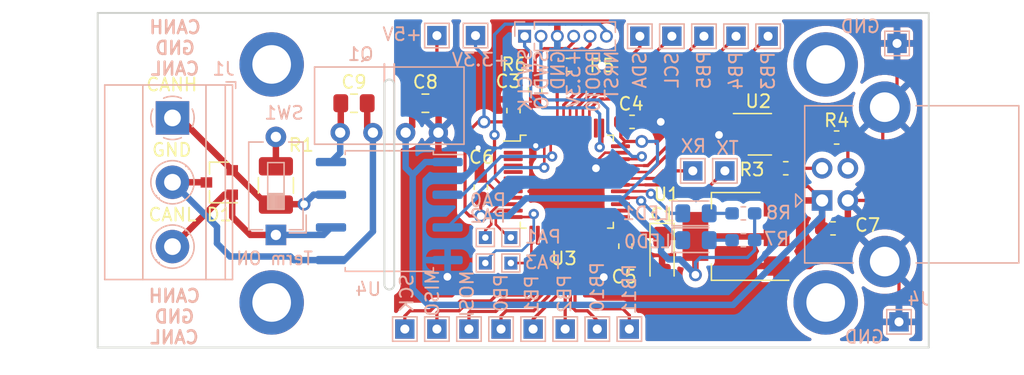
<source format=kicad_pcb>
(kicad_pcb (version 20221018) (generator pcbnew)
  (layers (0 "F.Cu" signal) (31 "B.Cu" signal) (34 "B.Paste" user) (35 "F.Paste" user) (36 "B.SilkS" user "B.Silkscreen") (37 "F.SilkS" user "F.Silkscreen") (38 "B.Mask" user) (39 "F.Mask" user) (44 "Edge.Cuts" user))
  (net 0 "")
  (net 1 "GND")
  (net 2 "+3V3")
  (net 3 "+5V")
  (net 4 "/NRST")
  (net 5 "/BOOT0")
  (net 6 "Net-(D3-Pad2)")
  (net 7 "/LED0")
  (net 8 "/LED1")
  (net 9 "/CAN_Tx")
  (net 10 "/CAN_Rx")
  (net 11 "/CANL")
  (net 12 "/CANH")
  (net 13 "Net-(D4-Pad2)")
  (net 14 "/SWDIO")
  (net 15 "/SWCLK")
  (net 16 "Net-(R1-Pad1)")
  (net 20 "Net-(C9-Pad1)")
  (net 21 "Earth")
  (net 23 "Net-(J2-Pad1)")
  (net 24 "Net-(J3-Pad4)")
  (net 35 "Net-(J4-Pad2)")
  (net 36 "Net-(J4-Pad3)")
  (net 37 "Net-(R3-Pad2)")
  (net 38 "Net-(R4-Pad2)")
  (net 39 "Net-(J5-Pad1)")
  (net 40 "Net-(J6-Pad1)")
  (net 41 "Net-(J7-Pad1)")
  (net 42 "Net-(J8-Pad1)")
  (net 43 "Net-(J9-Pad1)")
  (net 44 "Net-(J10-Pad1)")
  (net 45 "Net-(J11-Pad1)")
  (net 46 "Net-(J12-Pad1)")
  (net 47 "Net-(J13-Pad1)")
  (net 48 "Net-(J14-Pad1)")
  (net 49 "Net-(J15-Pad1)")
  (net 50 "Net-(J16-Pad1)")
  (net 51 "Net-(J21-Pad1)")
  (net 52 "Net-(J22-Pad1)")
  (net 53 "Net-(J23-Pad1)")
  (net 54 "Net-(J24-Pad1)")
  (net 55 "Net-(J25-Pad1)")
  (net 56 "Net-(J26-Pad1)")
  (net 57 "Net-(U2-Pad1)")
  (net 58 "Net-(U2-Pad3)")
  (footprint "Capacitor_Tantalum_SMD:CP_EIA-3216-18_Kemet-A_Pad1.58x1.35mm_HandSolder" (layer "F.Cu") (at 104.8004 68.3411 -90)
    (fp_text reference "C1")
    (fp_text value "47u")
  )
  (footprint "Capacitor_SMD:C_0603_1608Metric_Pad1.05x0.95mm_HandSolder" (layer "F.Cu") (at 93.2688 57.0878 -90)
    (fp_text reference "C3")
    (fp_text value "0.1")
  )
  (footprint "Capacitor_SMD:C_0603_1608Metric_Pad1.05x0.95mm_HandSolder" (layer "F.Cu") (at 102.475 57.9628 180)
    (fp_text reference "C4")
    (fp_text value "0.1")
  )
  (footprint "Capacitor_SMD:C_0603_1608Metric_Pad1.05x0.95mm_HandSolder" (layer "F.Cu") (at 101.9556 67.6262 90)
    (fp_text reference "C5")
    (fp_text value "0.1")
  )
  (footprint "Capacitor_SMD:C_0603_1608Metric_Pad1.05x0.95mm_HandSolder" (layer "F.Cu") (at 90.7288 63.0428 -90)
    (fp_text reference "C6")
    (fp_text value "0.1")
  )
  (footprint "TO_SOT_Packages_SMD:SOT-23" (layer "F.Cu") (at 70.4375 62.672 180)
    (fp_text reference "D1")
    (fp_text value "PESD1CAN")
  )
  (footprint "my_footprints:Hole_3mm" (layer "F.Cu") (at 74.5 53.5)
    (fp_text reference "P1" hide)
    (fp_text value "Hole" hide)
  )
  (footprint "my_footprints:Hole_3mm" (layer "F.Cu") (at 117.5 53.5)
    (fp_text reference "P2" hide)
    (fp_text value "Hole" hide)
  )
  (footprint "my_footprints:Hole_3mm" (layer "F.Cu") (at 117.5 72)
    (fp_text reference "P3" hide)
    (fp_text value "Hole" hide)
  )
  (footprint "my_footprints:Hole_3mm" (layer "F.Cu") (at 74.5 72)
    (fp_text reference "P4" hide)
    (fp_text value "Hole" hide)
  )
  (footprint "Resistor_SMD:R_0603_1608Metric_Pad1.05x0.95mm_HandSolder" (layer "F.Cu") (at 114.4016 61.5696 180)
    (fp_text reference "R3")
    (fp_text value "22")
  )
  (footprint "Resistor_SMD:R_0603_1608Metric_Pad1.05x0.95mm_HandSolder" (layer "F.Cu") (at 118.3526 59.182 180)
    (fp_text reference "R4")
    (fp_text value "22")
  )
  (footprint "Resistor_SMD:R_0603_1608Metric_Pad1.05x0.95mm_HandSolder" (layer "F.Cu") (at 97.536 53.5432 180)
    (fp_text reference "R5")
    (fp_text value "10k")
  )
  (footprint "Resistor_SMD:R_0603_1608Metric_Pad1.05x0.95mm_HandSolder" (layer "F.Cu") (at 94.9452 55.485 90)
    (fp_text reference "R6")
    (fp_text value "22")
  )
  (footprint "Package_QFP:LQFP-48_7x7mm_P0.5mm" (layer "F.Cu") (at 97.409 62.611)
    (fp_text reference "U3")
    (fp_text value "STM32F072C8Tx")
  )
  (footprint "Capacitor_SMD:C_0603_1608Metric_Pad1.05x0.95mm_HandSolder" (layer "F.Cu") (at 118.0706 66.2432)
    (fp_text reference "C7")
    (fp_text value "0.1")
  )
  (footprint "Capacitor_SMD:C_0805_2012Metric_Pad1.15x1.40mm_HandSolder" (layer "F.Cu") (at 86.4325 56.515)
    (fp_text reference "C8")
    (fp_text value "1")
  )
  (footprint "Capacitor_SMD:C_0805_2012Metric_Pad1.15x1.40mm_HandSolder" (layer "F.Cu") (at 80.89 56.515)
    (fp_text reference "C9")
    (fp_text value "1")
  )
  (footprint "Resistor_SMD:R_1210_3225Metric_Pad1.42x2.65mm_HandSolder" (layer "F.Cu") (at 74.8284 62.9047 -90)
    (fp_text reference "R1")
    (fp_text value "120")
  )
  (footprint "TO_SOT_Packages_SMD:SOT-223-3_TabPin2" (layer "F.Cu") (at 110.5404 66.8668 180)
    (fp_text reference "U1")
    (fp_text value "LM1117-3.3")
  )
  (footprint "Package_TO_SOT_SMD:SOT-23-6_Handsoldering" (layer "F.Cu") (at 112.3912 58.928)
    (fp_text reference "U2")
    (fp_text value "USBLC6-2SC6")
  )
  (footprint "LED_SMD:LED_0805_2012Metric_Pad1.15x1.40mm_HandSolder" (layer "B.Cu") (at 107.433 67.1576)
    (fp_text reference "D3" hide)
    (fp_text value "LED0")
  )
  (footprint "LED_SMD:LED_0805_2012Metric_Pad1.15x1.40mm_HandSolder" (layer "B.Cu") (at 107.433 65.0748)
    (fp_text reference "D4" hide)
    (fp_text value "LED1")
  )
  (footprint "TerminalBlock_Phoenix:TerminalBlock_Phoenix_MKDS-1,5-3_1x03_P5.00mm_Horizontal" (layer "B.Cu") (at 66.802 57.658 -90)
    (fp_text reference "J1")
    (fp_text value "Screw_Terminal_01x03")
  )
  (footprint "Connector_PinHeader_1.27mm:PinHeader_1x06_P1.27mm_Vertical" (layer "B.Cu") (at 94.1324 51.308 -90)
    (fp_text reference "J3" hide)
    (fp_text value "SWDetc")
  )
  (footprint "Resistor_SMD:R_0603_1608Metric_Pad1.05x0.95mm_HandSolder" (layer "B.Cu") (at 111.111 67.1576)
    (fp_text reference "R7")
    (fp_text value "330")
  )
  (footprint "Resistor_SMD:R_0603_1608Metric_Pad1.05x0.95mm_HandSolder" (layer "B.Cu") (at 111.111 65.0748)
    (fp_text reference "R8")
    (fp_text value "330")
  )
  (footprint "Button_Switch_THT:SW_DIP_SPSTx01_Slide_6.7x4.1mm_W7.62mm_P2.54mm_LowProfile" (layer "B.Cu") (at 74.8284 66.7512 90)
    (fp_text reference "SW1")
    (fp_text value "SW_DIP_x01")
  )
  (footprint "Package_SO:SOP-8_6.62x9.15mm_P2.54mm" (layer "B.Cu") (at 83.6295 64.897 180)
    (fp_text reference "U4")
    (fp_text value "ISO1050DUB")
  )
  (footprint "my_footprints:B0x0xS" (layer "B.Cu") (at 83.6295 58.801 180)
    (fp_text reference "Q1")
    (fp_text value "B0505S")
  )
  (footprint "Connector_USB:USB_B_Lumberg_2411_02_Horizontal" (layer "B.Cu") (at 117.221 64.0715)
    (fp_text reference "J4")
    (fp_text value "USB_B")
  )
  (footprint "TestPoint:TestPoint_THTPad_1.5x1.5mm_Drill0.7mm" (layer "B.Cu") (at 99.7712 74.0664)
    (fp_text reference "J25" hide)
    (fp_text value "PB10")
  )
  (footprint "TestPoint:TestPoint_THTPad_1.5x1.5mm_Drill0.7mm" (layer "B.Cu") (at 87.3252 51.2572 180)
    (fp_text reference "J20" hide)
    (fp_text value "+5V")
  )
  (footprint "TestPoint:TestPoint_THTPad_1.5x1.5mm_Drill0.7mm" (layer "B.Cu") (at 103.076 51.308 180)
    (fp_text reference "J10" hide)
    (fp_text value "SDA")
  )
  (footprint "TestPoint:TestPoint_THTPad_1.5x1.5mm_Drill0.7mm" (layer "B.Cu") (at 105.5624 51.308 180)
    (fp_text reference "J9" hide)
    (fp_text value "SCL")
  )
  (footprint "TestPoint:TestPoint_THTPad_1.5x1.5mm_Drill0.7mm" (layer "B.Cu") (at 113.03 51.308 180)
    (fp_text reference "J16" hide)
    (fp_text value "PB3")
  )
  (footprint "TestPoint:TestPoint_THTPad_1.0x1.0mm_Drill0.5mm" (layer "B.Cu") (at 93.0656 66.9544)
    (fp_text reference "J22" hide)
    (fp_text value "PA1")
  )
  (footprint "TestPoint:TestPoint_THTPad_1.5x1.5mm_Drill0.7mm" (layer "B.Cu") (at 97.282 74.0664 180)
    (fp_text reference "J15" hide)
    (fp_text value "PB2")
  )
  (footprint "TestPoint:TestPoint_THTPad_1.0x1.0mm_Drill0.5mm" (layer "B.Cu") (at 91.0844 66.9544 180)
    (fp_text reference "J21" hide)
    (fp_text value "PA0")
  )
  (footprint "TestPoint:TestPoint_THTPad_1.5x1.5mm_Drill0.7mm" (layer "B.Cu") (at 89.8144 74.0664 180)
    (fp_text reference "J6" hide)
    (fp_text value "MOSI")
  )
  (footprint "TestPoint:TestPoint_THTPad_1.5x1.5mm_Drill0.7mm" (layer "B.Cu") (at 94.7928 74.0664 180)
    (fp_text reference "J12" hide)
    (fp_text value "PB1")
  )
  (footprint "TestPoint:TestPoint_THTPad_1.5x1.5mm_Drill0.7mm" (layer "B.Cu") (at 109.6772 61.7728 180)
    (fp_text reference "J7" hide)
    (fp_text value "TX")
  )
  (footprint "TestPoint:TestPoint_THTPad_1.5x1.5mm_Drill0.7mm" (layer "B.Cu") (at 123.19 73.5076 180)
    (fp_text reference "J17" hide)
    (fp_text value "GND")
  )
  (footprint "TestPoint:TestPoint_THTPad_1.0x1.0mm_Drill0.5mm" (layer "B.Cu") (at 93.0656 68.9356 180)
    (fp_text reference "J24" hide)
    (fp_text value "PA3")
  )
  (footprint "TestPoint:TestPoint_THTPad_1.5x1.5mm_Drill0.7mm" (layer "B.Cu") (at 87.3252 74.0664 180)
    (fp_text reference "J5" hide)
    (fp_text value "MISO")
  )
  (footprint "TestPoint:TestPoint_THTPad_1.5x1.5mm_Drill0.7mm" (layer "B.Cu") (at 108.0516 51.308 180)
    (fp_text reference "J14" hide)
    (fp_text value "PB5")
  )
  (footprint "TestPoint:TestPoint_THTPad_1.5x1.5mm_Drill0.7mm" (layer "B.Cu") (at 107.188 61.7728 180)
    (fp_text reference "J8" hide)
    (fp_text value "RX")
  )
  (footprint "TestPoint:TestPoint_THTPad_1.5x1.5mm_Drill0.7mm" (layer "B.Cu") (at 84.836 74.0664 180)
    (fp_text reference "J2" hide)
    (fp_text value "SCK")
  )
  (footprint "TestPoint:TestPoint_THTPad_1.5x1.5mm_Drill0.7mm" (layer "B.Cu") (at 92.3036 74.0664 180)
    (fp_text reference "J11" hide)
    (fp_text value "PB0")
  )
  (footprint "TestPoint:TestPoint_THTPad_1.0x1.0mm_Drill0.5mm" (layer "B.Cu") (at 91.0844 68.9356 180)
    (fp_text reference "J23" hide)
    (fp_text value "PA2")
  )
  (footprint "TestPoint:TestPoint_THTPad_1.5x1.5mm_Drill0.7mm" (layer "B.Cu") (at 102.2604 74.0664)
    (fp_text reference "J26" hide)
    (fp_text value "PB11")
  )
  (footprint "TestPoint:TestPoint_THTPad_1.5x1.5mm_Drill0.7mm" (layer "B.Cu") (at 110.5408 51.308 180)
    (fp_text reference "J13" hide)
    (fp_text value "PB4")
  )
  (footprint "TestPoint:TestPoint_THTPad_1.5x1.5mm_Drill0.7mm" (layer "B.Cu") (at 90.3224 51.2572 180)
    (fp_text reference "J19" hide)
    (fp_text value "+3.3V")
  )
  (footprint "TestPoint:TestPoint_THTPad_1.5x1.5mm_Drill0.7mm" (layer "B.Cu") (at 123.0376 51.8668 180)
    (fp_text reference "J18" hide)
    (fp_text value "GND")
  )
  (gr_line (start 125.5 50) (end 125.5 49.5) (stroke (width 0.15)) (layer "Edge.Cuts"))
  (gr_line (start 61 75.5) (end 125.5 75.5) (stroke (width 0.15)) (layer "Edge.Cuts"))
  (gr_line (start 125.5 75.5) (end 125.5 50) (stroke (width 0.15)) (layer "Edge.Cuts"))
  (gr_arc (start 84.0105 70.612) (mid 83.6295 70.993) (end 83.2485 70.612) (stroke (width 0.15)) (layer "Edge.Cuts"))
  (gr_line (start 84.0105 55.0545) (end 84.0105 70.612) (stroke (width 0.15)) (layer "Edge.Cuts"))
  (gr_line (start 83.2485 55.0545) (end 83.2485 70.612) (stroke (width 0.15)) (layer "Edge.Cuts"))
  (gr_line (start 61 49.5) (end 61 75.5) (stroke (width 0.15)) (layer "Edge.Cuts"))
  (gr_arc (start 83.2485 55.0545) (mid 83.6295 54.6735) (end 84.0105 55.0545) (stroke (width 0.15)) (layer "Edge.Cuts"))
  (gr_line (start 61 49.5) (end 125.5 49.5) (stroke (width 0.15)) (layer "Edge.Cuts"))
  (gr_text "SWCLK" (at 94.1832 54.7116 90) (layer "B.SilkS") (effects (font (size 1 1)) (justify mirror)))
  (gr_text "NRST" (at 100.8888 54.3052 90) (layer "B.SilkS") (effects (font (size 1 1)) (justify mirror)))
  (gr_text "Term ON" (at 74.7268 68.58) (layer "B.SilkS") (effects (font (size 1 0.92)) (justify mirror)))
  (gr_text "CANH\nGND\nCANL" (at 67.0052 52.2224) (layer "B.SilkS") (effects (font (size 1 1) (thickness 0.2)) (justify mirror)))
  (gr_text "+3.3V" (at 97.9424 54.61 90) (layer "B.SilkS") (effects (font (size 1 1)) (justify mirror)))
  (gr_text "GND" (at 96.7232 53.9496 90) (layer "B.SilkS") (effects (font (size 1 1)) (justify mirror)))
  (gr_text "CANH\nGND\nCANL" (at 66.9544 73.1012) (layer "B.SilkS") (effects (font (size 1 1) (thickness 0.2)) (justify mirror)))
  (gr_text "SWDIO" (at 95.4532 54.7116 90) (layer "B.SilkS") (effects (font (size 1 1)) (justify mirror)))
  (gr_text "BOOT0" (at 99.4664 54.8132 90) (layer "B.SilkS") (effects (font (size 1 1)) (justify mirror)))
  (gr_text "GND" (at 66.7512 60.1472) (layer "F.SilkS") (effects (font (size 1 1))))
  (gr_text "CANH" (at 66.7512 55.0672) (layer "F.SilkS") (effects (font (size 1 1))))
  (gr_text "CANL" (at 66.802 65.1764) (layer "F.SilkS") (effects (font (size 1 1))))
  (segment (start 95.159 59.654) (end 94.996 59.817) (width 0.2) (layer "F.Cu") (net 1))
  (segment (start 95.159 58.4485) (end 95.159 59.654) (width 0.2) (layer "F.Cu") (net 1))
  (segment (start 119.221 64.0715) (end 120.8913 64.0715) (width 0.25) (layer "F.Cu") (net 1))
  (segment (start 104.475 69.7786) (end 103.1748 68.4784) (width 0.5) (layer "F.Cu") (net 1))
  (segment (start 100.3702 60.361) (end 99.6696 61.0616) (width 0.2) (layer "F.Cu") (net 1))
  (segment (start 87.4575 58.783) (end 87.4395 58.801) (width 0.5) (layer "F.Cu") (net 1))
  (segment (start 116.2532 69.1668) (end 118.9456 66.4744) (width 0.5) (layer "F.Cu") (net 1))
  (segment (start 101.9556 68.5012) (end 103.152 68.5012) (width 0.5) (layer "F.Cu") (net 1))
  (segment (start 87.7597 56.2128) (end 87.4575 56.515) (width 0.25) (layer "F.Cu") (net 1))
  (segment (start 100.0988 68.5012) (end 101.9556 68.5012) (width 0.2) (layer "F.Cu") (net 1))
  (segment (start 101.9556 68.5012) (end 101.8058 68.5012) (width 0.5) (layer "F.Cu") (net 1))
  (segment (start 113.6904 69.1668) (end 116.2532 69.1668) (width 0.5) (layer "F.Cu") (net 1))
  (segment (start 103.152 68.5012) (end 103.1748 68.4784) (width 0.5) (layer "F.Cu") (net 1))
  (segment (start 119.221 64.0715) (end 119.221 65.9678) (width 0.5) (layer "F.Cu") (net 1))
  (segment (start 93.2465 63.361) (end 91.922 63.361) (width 0.2) (layer "F.Cu") (net 1))
  (segment (start 98.4618 53.594) (end 98.411 53.5432) (width 0.5) (layer "F.Cu") (net 1))
  (segment (start 123.0376 51.8668) (end 123.0376 55.8649) (width 0.25) (layer "F.Cu") (net 1))
  (segment (start 123.19 69.9305) (end 122.081 68.8215) (width 0.25) (layer "F.Cu") (net 1))
  (segment (start 99.659 66.7735) (end 99.659 68.0614) (width 0.2) (layer "F.Cu") (net 1))
  (segment (start 101.8058 68.5012) (end 100.2792 70.0278) (width 0.5) (layer "F.Cu") (net 1))
  (segment (start 112.3696 72.0852) (end 107.107 72.0852) (width 0.5) (layer "F.Cu") (net 1))
  (segment (start 87.4575 56.515) (end 87.4575 58.783) (width 0.5) (layer "F.Cu") (net 1))
  (segment (start 109.2708 58.928) (end 109.22 58.9788) (width 0.5) (layer "F.Cu") (net 1))
  (segment (start 113.6904 69.1668) (end 113.6904 70.7644) (width 0.5) (layer "F.Cu") (net 1))
  (segment (start 90.7288 62.1678) (end 90.7288 60.198) (width 0.25) (layer "F.Cu") (net 1))
  (segment (start 121.931 63.0318) (end 121.931 56.8015) (width 0.25) (layer "F.Cu") (net 1))
  (segment (start 101.5715 60.361) (end 100.3702 60.361) (width 0.2) (layer "F.Cu") (net 1))
  (segment (start 93.2688 56.2128) (end 87.7597 56.2128) (width 0.25) (layer "F.Cu") (net 1))
  (segment (start 90.7288 60.198) (end 90.5256 59.9948) (width 0.25) (layer "F.Cu") (net 1))
  (segment (start 119.3327 66.2432) (end 121.931 68.8415) (width 0.25) (layer "F.Cu") (net 1))
  (segment (start 111.0412 58.928) (end 109.2708 58.928) (width 0.5) (layer "F.Cu") (net 1))
  (segment (start 107.107 72.0852) (end 104.8004 69.7786) (width 0.5) (layer "F.Cu") (net 1))
  (segment (start 91.922 63.361) (end 90.7288 62.1678) (width 0.2) (layer "F.Cu") (net 1))
  (segment (start 103.35 57.9628) (end 104.6988 57.9628) (width 0.5) (layer "F.Cu") (net 1))
  (segment (start 113.6904 70.7644) (end 112.3696 72.0852) (width 0.5) (layer "F.Cu") (net 1))
  (segment (start 118.9456 66.4744) (end 118.9456 66.2432) (width 0.5) (layer "F.Cu") (net 1))
  (segment (start 88.138 70.0024) (end 87.4395 69.3039) (width 0.5) (layer "F.Cu") (net 1))
  (segment (start 87.4395 69.3039) (end 87.4395 58.801) (width 0.5) (layer "F.Cu") (net 1))
  (segment (start 120.8913 64.0715) (end 121.931 63.0318) (width 0.25) (layer "F.Cu") (net 1))
  (segment (start 123.0376 55.8649) (end 122.081 56.8215) (width 0.25) (layer "F.Cu") (net 1))
  (segment (start 99.659 68.0614) (end 100.0988 68.5012) (width 0.2) (layer "F.Cu") (net 1))
  (segment (start 104.8004 69.7786) (end 104.475 69.7786) (width 0.5) (layer "F.Cu") (net 1))
  (segment (start 119.221 65.9678) (end 118.9456 66.2432) (width 0.5) (layer "F.Cu") (net 1))
  (segment (start 100.1268 53.594) (end 98.4618 53.594) (width 0.5) (layer "F.Cu") (net 1))
  (segment (start 99.6696 61.0616) (end 99.6696 61.5696) (width 0.2) (layer "F.Cu") (net 1))
  (segment (start 118.9456 66.2432) (end 119.3327 66.2432) (width 0.25) (layer "F.Cu") (net 1))
  (segment (start 123.19 73.5076) (end 123.19 69.9305) (width 0.25) (layer "F.Cu") (net 1))
  (via (at 99.6696 61.5696) (size 1) (drill 0.6) (layers "F.Cu" "B.Cu") (net 1))
  (via (at 90.5256 59.9948) (size 0.8) (drill 0.4) (layers "F.Cu" "B.Cu") (net 1))
  (via (at 109.22 58.9788) (size 1) (drill 0.6) (layers "F.Cu" "B.Cu") (net 1))
  (via (at 104.6988 57.9628) (size 1) (drill 0.6) (layers "F.Cu" "B.Cu") (net 1))
  (via (at 88.138 70.0024) (size 1) (drill 0.6) (layers "F.Cu" "B.Cu") (net 1))
  (via (at 100.1268 53.594) (size 1) (drill 0.6) (layers "F.Cu" "B.Cu") (net 1))
  (via (at 100.2792 70.0278) (size 1) (drill 0.6) (layers "F.Cu" "B.Cu") (net 1))
  (via (at 94.996 59.817) (size 0.8) (drill 0.4) (layers "F.Cu" "B.Cu") (net 1))
  (segment (start 103.0224 57.9628) (end 100.5332 55.4736) (width 0.5) (layer "B.Cu") (net 1))
  (segment (start 119.126 58.9788) (end 121.0564 60.9092) (width 0.5) (layer "B.Cu") (net 1))
  (segment (start 109.22 58.9788) (end 107.2388 58.9788) (width 0.5) (layer "B.Cu") (net 1))
  (segment (start 90.5256 59.9948) (end 88.6333 59.9948) (width 0.2) (layer "B.Cu") (net 1))
  (segment (start 88.6333 59.9948) (end 87.4395 58.801) (width 0.2) (layer "B.Cu") (net 1))
  (segment (start 96.6724 52.2224) (end 96.6724 51.308) (width 0.5) (layer "B.Cu") (net 1))
  (segment (start 100.2792 70.0278) (end 88.1634 70.0278) (width 0.5) (layer "B.Cu") (net 1))
  (segment (start 94.996 59.817) (end 95.8088 59.0296) (width 0.25) (layer "B.Cu") (net 1))
  (segment (start 96.1644 53.594) (end 100.1268 53.594) (width 0.5) (layer "B.Cu") (net 1))
  (segment (start 96.1644 55.2196) (end 96.1644 53.594) (width 0.5) (layer "B.Cu") (net 1))
  (segment (start 95.8088 59.0296) (end 97.6884 59.0296) (width 0.25) (layer "B.Cu") (net 1))
  (segment (start 96.1644 52.7304) (end 96.6724 52.2224) (width 0.5) (layer "B.Cu") (net 1))
  (segment (start 98.0948 59.436) (end 98.0948 59.9948) (width 0.25) (layer "B.Cu") (net 1))
  (segment (start 97.6884 59.0296) (end 98.0948 59.436) (width 0.25) (layer "B.Cu") (net 1))
  (segment (start 104.6988 57.9628) (end 103.0224 57.9628) (width 0.5) (layer "B.Cu") (net 1))
  (segment (start 92.2782 59.9948) (end 90.5256 59.9948) (width 0.2) (layer "B.Cu") (net 1))
  (segment (start 121.0564 62.2361) (end 119.221 64.0715) (width 0.5) (layer "B.Cu") (net 1))
  (segment (start 107.2388 58.9788) (end 106.6292 58.9788) (width 0.5) (layer "B.Cu") (net 1))
  (segment (start 92.456 59.817) (end 92.2782 59.9948) (width 0.25) (layer "B.Cu") (net 1))
  (segment (start 94.996 59.817) (end 92.456 59.817) (width 0.25) (layer "B.Cu") (net 1))
  (segment (start 109.22 58.9788) (end 119.126 58.9788) (width 0.5) (layer "B.Cu") (net 1))
  (segment (start 96.1644 53.594) (end 96.1644 52.7304) (width 0.5) (layer "B.Cu") (net 1))
  (segment (start 100.5332 55.4736) (end 96.4184 55.4736) (width 0.5) (layer "B.Cu") (net 1))
  (segment (start 104.6988 57.9628) (end 105.6132 57.9628) (width 0.5) (layer "B.Cu") (net 1))
  (segment (start 88.1634 70.0278) (end 88.138 70.0024) (width 0.5) (layer "B.Cu") (net 1))
  (segment (start 105.6132 57.9628) (end 106.6292 58.9788) (width 0.5) (layer "B.Cu") (net 1))
  (segment (start 88.1545 69.9859) (end 88.138 70.0024) (width 0.5) (layer "B.Cu") (net 1))
  (segment (start 121.0564 60.9092) (end 121.0564 62.2361) (width 0.5) (layer "B.Cu") (net 1))
  (segment (start 98.0948 59.9948) (end 99.6696 61.5696) (width 0.25) (layer "B.Cu") (net 1))
  (segment (start 96.4184 55.4736) (end 96.1644 55.2196) (width 0.5) (layer "B.Cu") (net 1))
  (segment (start 88.1545 68.707) (end 88.1545 69.9859) (width 0.5) (layer "B.Cu") (net 1))
  (segment (start 93.2688 57.9628) (end 93.2688 59.8387) (width 0.25) (layer "F.Cu") (net 2))
  (segment (start 101.6 57.9628) (end 101.6 59.1411) (width 0.25) (layer "F.Cu") (net 2))
  (segment (start 94.1733 57.9628) (end 94.659 58.4485) (width 0.25) (layer "F.Cu") (net 2))
  (segment (start 100.159 66.7735) (end 101.9333 66.7735) (width 0.2) (layer "F.Cu") (net 2))
  (segment (start 107.3904 69.8492) (end 107.3912 69.85) (width 0.5) (layer "F.Cu") (net 2))
  (segment (start 93.2688 59.8387) (end 93.2465 59.861) (width 0.25) (layer "F.Cu") (net 2))
  (segment (start 104.648 66.7512) (end 104.8004 66.9036) (width 0.5) (layer "F.Cu") (net 2))
  (segment (start 90.7856 63.861) (end 90.7288 63.9178) (width 0.2) (layer "F.Cu") (net 2))
  (segment (start 94.659 58.4485) (end 94.659 56.6462) (width 0.2) (layer "F.Cu") (net 2))
  (segment (start 107.3904 66.8668) (end 107.3904 69.8492) (width 0.5) (layer "F.Cu") (net 2))
  (segment (start 113.6904 66.8668) (end 111.4692 66.8668) (width 0.5) (layer "F.Cu") (net 2))
  (segment (start 111.4692 66.8668) (end 110.3008 66.8668) (width 0.5) (layer "F.Cu") (net 2))
  (segment (start 93.2688 57.9628) (end 90.9828 57.9628) (width 0.25) (layer "F.Cu") (net 2))
  (segment (start 89.5096 58.9788) (end 89.5096 64.9224) (width 0.25) (layer "F.Cu") (net 2))
  (segment (start 94.659 56.6462) (end 94.9452 56.36) (width 0.2) (layer "F.Cu") (net 2))
  (segment (start 90.5256 57.9628) (end 89.5096 58.9788) (width 0.25) (layer "F.Cu") (net 2))
  (segment (start 93.2688 57.9628) (end 94.1733 57.9628) (width 0.25) (layer "F.Cu") (net 2))
  (segment (start 101.6 59.1411) (end 101.9457 59.4868) (width 0.25) (layer "F.Cu") (net 2))
  (segment (start 89.5096 64.9224) (end 89.8652 65.278) (width 0.25) (layer "F.Cu") (net 2))
  (segment (start 110.3008 66.8668) (end 107.3904 66.8668) (width 0.5) (layer "F.Cu") (net 2))
  (segment (start 101.9457 59.4868) (end 101.5715 59.861) (width 0.25) (layer "F.Cu") (net 2))
  (segment (start 90.7288 65.278) (end 90.7288 63.9178) (width 0.25) (layer "F.Cu") (net 2))
  (segment (start 104.8004 66.9036) (end 107.3536 66.9036) (width 0.5) (layer "F.Cu") (net 2))
  (segment (start 90.9828 57.9628) (end 90.5256 57.9628) (width 0.25) (layer "F.Cu") (net 2))
  (segment (start 101.9333 66.7735) (end 101.9556 66.7512) (width 0.2) (layer "F.Cu") (net 2))
  (segment (start 89.8652 65.278) (end 90.7288 65.278) (width 0.25) (layer "F.Cu") (net 2))
  (segment (start 101.9556 66.7512) (end 104.648 66.7512) (width 0.5) (layer "F.Cu") (net 2))
  (segment (start 93.2465 63.861) (end 90.7856 63.861) (width 0.2) (layer "F.Cu") (net 2))
  (segment (start 103.2256 59.4868) (end 101.9457 59.4868) (width 0.25) (layer "F.Cu") (net 2))
  (segment (start 107.3536 66.9036) (end 107.3904 66.8668) (width 0.5) (layer "F.Cu") (net 2))
  (via (at 107.3912 69.85) (size 1) (drill 0.6) (layers "F.Cu" "B.Cu") (net 2))
  (via (at 90.9828 57.9628) (size 1) (drill 0.6) (layers "F.Cu" "B.Cu") (net 2))
  (via (at 103.2256 59.4868) (size 1) (drill 0.6) (layers "F.Cu" "B.Cu") (net 2))
  (via (at 90.7288 65.278) (size 1) (drill 0.6) (layers "F.Cu" "B.Cu") (net 2))
  (segment (start 101.7524 63.9064) (end 101.5238 63.9064) (width 0.25) (layer "B.Cu") (net 2))
  (segment (start 92.8624 65.278) (end 94.234 63.9064) (width 0.5) (layer "B.Cu") (net 2))
  (segment (start 90.3224 51.2572) (end 90.3224 52.1716) (width 0.25) (layer "B.Cu") (net 2))
  (segment (start 90.7288 65.278) (end 92.8624 65.278) (width 0.5) (layer "B.Cu") (net 2))
  (segment (start 104.7242 68.072) (end 104.7242 67.1068) (width 0.5) (layer "B.Cu") (net 2))
  (segment (start 104.7242 67.1068) (end 101.5238 63.9064) (width 0.5) (layer "B.Cu") (net 2))
  (segment (start 94.234 63.9064) (end 101.5238 63.9064) (width 0.5) (layer "B.Cu") (net 2))
  (segment (start 107.3912 69.85) (end 107.3912 68.8848) (width 0.25) (layer "B.Cu") (net 2))
  (segment (start 111.986 65.0748) (end 111.986 67.1576) (width 0.25) (layer "B.Cu") (net 2))
  (segment (start 104.4448 59.4868) (end 103.2256 59.4868) (width 0.25) (layer "B.Cu") (net 2))
  (segment (start 106.1974 68.6562) (end 105.3084 68.6562) (width 0.5) (layer "B.Cu") (net 2))
  (segment (start 105.3084 68.6562) (end 104.7242 68.072) (width 0.5) (layer "B.Cu") (net 2))
  (segment (start 104.4448 61.214) (end 101.7524 63.9064) (width 0.25) (layer "B.Cu") (net 2))
  (segment (start 90.3224 52.1716) (end 90.9828 52.832) (width 0.25) (layer "B.Cu") (net 2))
  (segment (start 104.4448 59.4868) (end 104.4448 61.214) (width 0.25) (layer "B.Cu") (net 2))
  (segment (start 111.986 67.1576) (end 111.986 67.9476) (width 0.25) (layer "B.Cu") (net 2))
  (segment (start 107.7722 68.5038) (end 111.4298 68.5038) (width 0.25) (layer "B.Cu") (net 2))
  (segment (start 107.3912 69.85) (end 106.1974 68.6562) (width 0.5) (layer "B.Cu") (net 2))
  (segment (start 111.986 67.9476) (end 111.4298 68.5038) (width 0.25) (layer "B.Cu") (net 2))
  (segment (start 90.9828 52.832) (end 90.9828 57.9628) (width 0.25) (layer "B.Cu") (net 2))
  (segment (start 107.3912 68.8848) (end 107.7722 68.5038) (width 0.25) (layer "B.Cu") (net 2))
  (segment (start 112.6236 58.928) (end 112.3696 59.182) (width 0.25) (layer "F.Cu") (net 3))
  (segment (start 117.221 64.0715) (end 117.221 66.2178) (width 0.5) (layer "F.Cu") (net 3))
  (segment (start 113.7412 58.928) (end 112.6236 58.928) (width 0.25) (layer "F.Cu") (net 3))
  (segment (start 117.221 64.0715) (end 114.1857 64.0715) (width 0.5) (layer "F.Cu") (net 3))
  (segment (start 85.4075 58.293) (end 84.8995 58.801) (width 0.5) (layer "F.Cu") (net 3))
  (segment (start 85.4075 56.515) (end 85.4075 54.8513) (width 0.25) (layer "F.Cu") (net 3))
  (segment (start 112.3696 59.182) (end 112.3696 62.484) (width 0.25) (layer "F.Cu") (net 3))
  (segment (start 116.1415 62.992) (end 117.221 64.0715) (width 0.25) (layer "F.Cu") (net 3))
  (segment (start 117.221 66.2178) (end 117.1956 66.2432) (width 0.5) (layer "F.Cu") (net 3))
  (segment (start 87.3252 52.9336) (end 87.3252 51.2572) (width 0.25) (layer "F.Cu") (net 3))
  (segment (start 85.4075 54.8513) (end 87.3252 52.9336) (width 0.25) (layer "F.Cu") (net 3))
  (segment (start 85.4075 56.515) (end 85.4075 58.293) (width 0.5) (layer "F.Cu") (net 3))
  (segment (start 112.3696 62.484) (end 112.8776 62.992) (width 0.25) (layer "F.Cu") (net 3))
  (segment (start 114.1857 64.0715) (end 113.6904 64.5668) (width 0.5) (layer "F.Cu") (net 3))
  (segment (start 112.8776 62.992) (end 116.1415 62.992) (width 0.25) (layer "F.Cu") (net 3))
  (segment (start 85.4456 62.0776) (end 86.4362 61.087) (width 0.5) (layer "B.Cu") (net 3))
  (segment (start 86.6648 72.1868) (end 110.3132 72.1868) (width 0.5) (layer "B.Cu") (net 3))
  (segment (start 86.4362 61.087) (end 88.1545 61.087) (width 0.5) (layer "B.Cu") (net 3))
  (segment (start 110.3132 72.1868) (end 117.221 65.279) (width 0.5) (layer "B.Cu") (net 3))
  (segment (start 85.4456 62.0776) (end 85.4456 70.9676) (width 0.5) (layer "B.Cu") (net 3))
  (segment (start 84.8995 58.801) (end 84.8995 61.5315) (width 0.5) (layer "B.Cu") (net 3))
  (segment (start 84.8995 61.5315) (end 85.4456 62.0776) (width 0.5) (layer "B.Cu") (net 3))
  (segment (start 117.221 65.279) (end 117.221 64.0715) (width 0.5) (layer "B.Cu") (net 3))
  (segment (start 85.4456 70.9676) (end 86.6648 72.1868) (width 0.5) (layer "B.Cu") (net 3))
  (segment (start 92.325 62.861) (end 91.8464 62.3824) (width 0.2) (layer "F.Cu") (net 4))
  (segment (start 91.8464 62.3824) (end 91.8464 61.1124) (width 0.2) (layer "F.Cu") (net 4))
  (segment (start 93.2465 62.861) (end 92.325 62.861) (width 0.2) (layer "F.Cu") (net 4))
  (segment (start 91.7956 61.0616) (end 91.7956 58.9788) (width 0.25) (layer "F.Cu") (net 4))
  (segment (start 91.8464 61.1124) (end 91.7956 61.0616) (width 0.25) (layer "F.Cu") (net 4))
  (via (at 91.7956 58.9788) (size 0.8) (drill 0.4) (layers "F.Cu" "B.Cu") (net 4))
  (segment (start 91.7956 51.181) (end 91.7956 58.9788) (width 0.25) (layer "B.Cu") (net 4))
  (segment (start 100.4824 50.9016) (end 99.949 50.3682) (width 0.25) (layer "B.Cu") (net 4))
  (segment (start 99.949 50.3682) (end 92.6084 50.3682) (width 0.25) (layer "B.Cu") (net 4))
  (segment (start 100.4824 51.308) (end 100.4824 50.9016) (width 0.25) (layer "B.Cu") (net 4))
  (segment (start 92.6084 50.3682) (end 91.7956 51.181) (width 0.25) (layer "B.Cu") (net 4))
  (segment (start 96.661 53.5432) (end 96.661 56.374) (width 0.25) (layer "F.Cu") (net 5))
  (segment (start 96.675 56.388) (end 96.675 58.4325) (width 0.2) (layer "F.Cu") (net 5))
  (segment (start 96.661 53.5432) (end 96.661 53.199) (width 0.25) (layer "F.Cu") (net 5))
  (segment (start 96.661 56.374) (end 96.675 56.388) (width 0.25) (layer "F.Cu") (net 5))
  (segment (start 97.9932 52.324) (end 96.774 53.5432) (width 0.25) (layer "F.Cu") (net 5))
  (segment (start 96.774 53.5432) (end 96.661 53.5432) (width 0.25) (layer "F.Cu") (net 5))
  (segment (start 98.8568 52.324) (end 97.9932 52.324) (width 0.25) (layer "F.Cu") (net 5))
  (segment (start 99.2124 51.308) (end 99.2124 51.9684) (width 0.25) (layer "F.Cu") (net 5))
  (segment (start 99.2124 51.9684) (end 98.8568 52.324) (width 0.25) (layer "F.Cu") (net 5))
  (segment (start 96.675 58.4325) (end 96.659 58.4485) (width 0.2) (layer "F.Cu") (net 5))
  (segment (start 110.236 67.1576) (end 108.458 67.1576) (width 0.25) (layer "B.Cu") (net 6))
  (segment (start 102.9262 63.861) (end 103.1748 64.1096) (width 0.2) (layer "F.Cu") (net 7))
  (segment (start 101.5715 63.861) (end 102.9262 63.861) (width 0.2) (layer "F.Cu") (net 7))
  (via (at 103.1748 64.1096) (size 0.8) (drill 0.4) (layers "F.Cu" "B.Cu") (net 7))
  (segment (start 106.2228 67.1576) (end 106.408 67.1576) (width 0.25) (layer "B.Cu") (net 7))
  (segment (start 103.1748 64.1096) (end 106.2228 67.1576) (width 0.25) (layer "B.Cu") (net 7))
  (segment (start 103.747 63.361) (end 103.9368 63.5508) (width 0.2) (layer "F.Cu") (net 8))
  (segment (start 101.5715 63.361) (end 103.747 63.361) (width 0.2) (layer "F.Cu") (net 8))
  (via (at 103.9368 63.5508) (size 0.8) (drill 0.4) (layers "F.Cu" "B.Cu") (net 8))
  (segment (start 105.4608 65.0748) (end 103.9368 63.5508) (width 0.25) (layer "B.Cu") (net 8))
  (segment (start 106.408 65.0748) (end 105.4608 65.0748) (width 0.25) (layer "B.Cu") (net 8))
  (segment (start 95.659 58.4485) (end 95.659 61.5162) (width 0.2) (layer "F.Cu") (net 9))
  (segment (start 95.659 61.5162) (end 95.6564 61.5188) (width 0.2) (layer "F.Cu") (net 9))
  (via (at 95.6564 61.5188) (size 0.8) (drill 0.4) (layers "F.Cu" "B.Cu") (net 9))
  (segment (start 88.1545 66.167) (end 88.1545 66.1505) (width 0.25) (layer "B.Cu") (net 9))
  (segment (start 88.1545 66.1505) (end 90.3986 63.9064) (width 0.25) (layer "B.Cu") (net 9))
  (segment (start 90.3986 63.627) (end 90.6907 63.3349) (width 0.25) (layer "B.Cu") (net 9))
  (segment (start 95.6564 61.5188) (end 92.5068 61.5188) (width 0.25) (layer "B.Cu") (net 9))
  (segment (start 92.5068 61.5188) (end 90.6907 63.3349) (width 0.25) (layer "B.Cu") (net 9))
  (segment (start 90.3986 63.9064) (end 90.3986 63.627) (width 0.25) (layer "B.Cu") (net 9))
  (segment (start 96.159 60.5482) (end 96.266 60.6552) (width 0.2) (layer "F.Cu") (net 10))
  (segment (start 96.159 58.4485) (end 96.159 60.5482) (width 0.2) (layer "F.Cu") (net 10))
  (via (at 96.266 60.6552) (size 0.8) (drill 0.4) (layers "F.Cu" "B.Cu") (net 10))
  (segment (start 89.3318 63.627) (end 88.1545 63.627) (width 0.25) (layer "B.Cu") (net 10))
  (segment (start 96.266 60.6552) (end 92.3036 60.6552) (width 0.25) (layer "B.Cu") (net 10))
  (segment (start 92.3036 60.6552) (end 89.3318 63.627) (width 0.25) (layer "B.Cu") (net 10))
  (segment (start 71.4375 63.622) (end 70.838 63.622) (width 0.5) (layer "F.Cu") (net 11))
  (segment (start 70.838 63.622) (end 66.802 67.658) (width 0.5) (layer "F.Cu") (net 11))
  (segment (start 72.8472 66.7512) (end 74.8284 66.7512) (width 0.5) (layer "F.Cu") (net 11))
  (segment (start 71.4375 63.622) (end 71.4375 65.3415) (width 0.5) (layer "F.Cu") (net 11))
  (segment (start 71.4375 65.3415) (end 72.8472 66.7512) (width 0.5) (layer "F.Cu") (net 11))
  (segment (start 78.5203 66.7512) (end 79.1045 66.167) (width 0.5) (layer "B.Cu") (net 11))
  (segment (start 74.8284 66.7512) (end 78.5203 66.7512) (width 0.5) (layer "B.Cu") (net 11))
  (segment (start 67.3735 57.658) (end 71.4375 61.722) (width 0.5) (layer "F.Cu") (net 12))
  (segment (start 74.1077 64.3922) (end 71.4375 61.722) (width 0.5) (layer "F.Cu") (net 12))
  (segment (start 74.8284 64.3922) (end 74.1077 64.3922) (width 0.5) (layer "F.Cu") (net 12))
  (segment (start 66.802 57.658) (end 67.3735 57.658) (width 0.5) (layer "F.Cu") (net 12))
  (segment (start 77.0128 64.3636) (end 74.857 64.3636) (width 0.5) (layer "F.Cu") (net 12))
  (segment (start 74.857 64.3636) (end 74.8284 64.3922) (width 0.5) (layer "F.Cu") (net 12))
  (via (at 77.0128 64.3636) (size 1) (drill 0.6) (layers "F.Cu" "B.Cu") (net 12))
  (segment (start 79.1045 63.627) (end 77.7494 63.627) (width 0.5) (layer "B.Cu") (net 12))
  (segment (start 77.7494 63.627) (end 77.0128 64.3636) (width 0.5) (layer "B.Cu") (net 12))
  (segment (start 108.458 65.0748) (end 110.236 65.0748) (width 0.25) (layer "B.Cu") (net 13))
  (segment (start 103.0198 60.861) (end 103.2256 60.6552) (width 0.2) (layer "F.Cu") (net 14))
  (segment (start 101.5715 60.861) (end 103.0198 60.861) (width 0.2) (layer "F.Cu") (net 14))
  (via (at 103.2256 60.6552) (size 0.8) (drill 0.4) (layers "F.Cu" "B.Cu") (net 14))
  (segment (start 100.584 58.7502) (end 102.489 60.6552) (width 0.25) (layer "B.Cu") (net 14))
  (segment (start 95.4024 51.308) (end 95.4024 55.8038) (width 0.25) (layer "B.Cu") (net 14))
  (segment (start 102.489 60.6552) (end 103.2256 60.6552) (width 0.25) (layer "B.Cu") (net 14))
  (segment (start 95.4024 55.8038) (end 95.8596 56.261) (width 0.25) (layer "B.Cu") (net 14))
  (segment (start 100.584 56.9468) (end 100.584 58.7502) (width 0.25) (layer "B.Cu") (net 14))
  (segment (start 99.8982 56.261) (end 100.584 56.9468) (width 0.25) (layer "B.Cu") (net 14))
  (segment (start 95.8596 56.261) (end 99.8982 56.261) (width 0.25) (layer "B.Cu") (net 14))
  (segment (start 100.159 58.4485) (end 100.159 59.724666) (width 0.2) (layer "F.Cu") (net 15))
  (segment (start 100.159 59.724666) (end 99.957486 59.92618) (width 0.2) (layer "F.Cu") (net 15))
  (via (at 99.957486 59.92618) (size 0.8) (drill 0.4) (layers "F.Cu" "B.Cu") (net 15))
  (segment (start 94.6023 52.5653) (end 94.1324 52.0954) (width 0.25) (layer "B.Cu") (net 15))
  (segment (start 99.957486 57.344714) (end 99.957486 59.92618) (width 0.25) (layer "B.Cu") (net 15))
  (segment (start 94.6023 55.9435) (end 94.6023 52.5653) (width 0.25) (layer "B.Cu") (net 15))
  (segment (start 94.6023 55.9435) (end 95.5294 56.8706) (width 0.25) (layer "B.Cu") (net 15))
  (segment (start 94.1324 51.308) (end 94.1324 52.0954) (width 0.25) (layer "B.Cu") (net 15))
  (segment (start 95.5294 56.8706) (end 99.483372 56.8706) (width 0.25) (layer "B.Cu") (net 15))
  (segment (start 99.483372 56.8706) (end 99.957486 57.344714) (width 0.25) (layer "B.Cu") (net 15))
  (segment (start 74.8284 59.1312) (end 74.8284 61.4172) (width 0.5) (layer "F.Cu") (net 16))
  (segment (start 79.865 58.7555) (end 79.8195 58.801) (width 0.5) (layer "F.Cu") (net 20))
  (segment (start 79.865 56.515) (end 79.865 58.7555) (width 0.5) (layer "F.Cu") (net 20))
  (segment (start 79.8195 60.372) (end 79.1045 61.087) (width 0.5) (layer "B.Cu") (net 20))
  (segment (start 79.8195 58.801) (end 79.8195 60.372) (width 0.5) (layer "B.Cu") (net 20))
  (segment (start 81.915 58.3565) (end 82.3595 58.801) (width 0.5) (layer "F.Cu") (net 21))
  (segment (start 69.4235 62.658) (end 69.4375 62.672) (width 0.5) (layer "F.Cu") (net 21))
  (segment (start 81.915 56.515) (end 81.915 58.3565) (width 0.5) (layer "F.Cu") (net 21))
  (segment (start 66.802 62.658) (end 69.4235 62.658) (width 0.5) (layer "F.Cu") (net 21))
  (segment (start 75.946 68.4276) (end 71.2724 68.4276) (width 0.5) (layer "B.Cu") (net 21))
  (segment (start 79.1045 68.707) (end 80.137 68.707) (width 0.5) (layer "B.Cu") (net 21))
  (segment (start 82.3595 66.4845) (end 82.3595 58.801) (width 0.5) (layer "B.Cu") (net 21))
  (segment (start 70.2564 66.1124) (end 66.802 62.658) (width 0.5) (layer "B.Cu") (net 21))
  (segment (start 80.137 68.707) (end 82.3595 66.4845) (width 0.5) (layer "B.Cu") (net 21))
  (segment (start 76.2254 68.707) (end 75.946 68.4276) (width 0.5) (layer "B.Cu") (net 21))
  (segment (start 71.2724 68.4276) (end 70.2564 67.4116) (width 0.5) (layer "B.Cu") (net 21))
  (segment (start 79.1045 68.707) (end 76.2254 68.707) (width 0.5) (layer "B.Cu") (net 21))
  (segment (start 70.2564 67.4116) (end 70.2564 66.1124) (width 0.5) (layer "B.Cu") (net 21))
  (segment (start 95.6564 67.8688) (end 95.6564 69.088) (width 0.25) (layer "F.Cu") (net 23))
  (segment (start 95.659 67.8662) (end 95.6564 67.8688) (width 0.25) (layer "F.Cu") (net 23))
  (segment (start 94.5896 70.1548) (end 94.5896 71.12) (width 0.25) (layer "F.Cu") (net 23))
  (segment (start 88.7984 72.2376) (end 87.2236 72.2376) (width 0.25) (layer "F.Cu") (net 23))
  (segment (start 84.836 73.0504) (end 84.836 74.0664) (width 0.25) (layer "F.Cu") (net 23))
  (segment (start 91.948 71.4248) (end 91.4908 71.882) (width 0.25) (layer "F.Cu") (net 23))
  (segment (start 89.154 71.882) (end 88.7984 72.2376) (width 0.25) (layer "F.Cu") (net 23))
  (segment (start 91.4908 71.882) (end 89.154 71.882) (width 0.25) (layer "F.Cu") (net 23))
  (segment (start 87.2236 72.2376) (end 86.8172 72.644) (width 0.25) (layer "F.Cu") (net 23))
  (segment (start 85.2424 72.644) (end 84.836 73.0504) (width 0.25) (layer "F.Cu") (net 23))
  (segment (start 94.2848 71.4248) (end 91.948 71.4248) (width 0.25) (layer "F.Cu") (net 23))
  (segment (start 86.8172 72.644) (end 85.2424 72.644) (width 0.25) (layer "F.Cu") (net 23))
  (segment (start 95.659 66.7735) (end 95.659 67.8662) (width 0.2) (layer "F.Cu") (net 23))
  (segment (start 94.5896 71.12) (end 94.2848 71.4248) (width 0.25) (layer "F.Cu") (net 23))
  (segment (start 95.6564 69.088) (end 94.5896 70.1548) (width 0.25) (layer "F.Cu") (net 23))
  (segment (start 94.9452 52.9844) (end 94.9452 54.61) (width 0.25) (layer "F.Cu") (net 24))
  (segment (start 97.4344 52.2732) (end 95.6564 52.2732) (width 0.25) (layer "F.Cu") (net 24))
  (segment (start 95.6564 52.2732) (end 94.9452 52.9844) (width 0.25) (layer "F.Cu") (net 24))
  (segment (start 97.9424 51.7652) (end 97.4344 52.2732) (width 0.25) (layer "F.Cu") (net 24))
  (segment (start 97.9424 51.308) (end 97.9424 51.7652) (width 0.25) (layer "F.Cu") (net 24))
  (segment (start 115.2785 61.5715) (end 115.2766 61.5696) (width 0.25) (layer "F.Cu") (net 35))
  (segment (start 117.221 61.5715) (end 115.2785 61.5715) (width 0.25) (layer "F.Cu") (net 35))
  (segment (start 119.221 61.5715) (end 119.221 59.1886) (width 0.25) (layer "F.Cu") (net 36))
  (segment (start 119.221 59.1886) (end 119.2276 59.182) (width 0.25) (layer "F.Cu") (net 36))
  (segment (start 113.7412 61.355) (end 113.5266 61.5696) (width 0.25) (layer "F.Cu") (net 37))
  (segment (start 113.7412 59.878) (end 113.7412 61.355) (width 0.25) (layer "F.Cu") (net 37))
  (segment (start 116.2736 57.978) (end 117.4776 59.182) (width 0.25) (layer "F.Cu") (net 38))
  (segment (start 113.7412 57.978) (end 116.2736 57.978) (width 0.25) (layer "F.Cu") (net 38))
  (segment (start 94.488 71.8312) (end 92.2528 71.8312) (width 0.25) (layer "F.Cu") (net 39))
  (segment (start 87.3252 72.7964) (end 87.3252 74.0664) (width 0.25) (layer "F.Cu") (net 39))
  (segment (start 87.4776 72.644) (end 87.3252 72.7964) (width 0.25) (layer "F.Cu") (net 39))
  (segment (start 92.2528 71.8312) (end 91.7448 72.3392) (width 0.25) (layer "F.Cu") (net 39))
  (segment (start 91.7448 72.3392) (end 89.3572 72.3392) (width 0.25) (layer "F.Cu") (net 39))
  (segment (start 95.0468 70.2564) (end 95.0468 71.2724) (width 0.25) (layer "F.Cu") (net 39))
  (segment (start 89.0524 72.644) (end 87.4776 72.644) (width 0.25) (layer "F.Cu") (net 39))
  (segment (start 96.159 69.1442) (end 95.0468 70.2564) (width 0.25) (layer "F.Cu") (net 39))
  (segment (start 96.159 66.7735) (end 96.159 68.0774) (width 0.2) (layer "F.Cu") (net 39))
  (segment (start 95.0468 71.2724) (end 94.488 71.8312) (width 0.25) (layer "F.Cu") (net 39))
  (segment (start 89.3572 72.3392) (end 89.0524 72.644) (width 0.25) (layer "F.Cu") (net 39))
  (segment (start 96.159 68.0774) (end 96.159 69.1442) (width 0.25) (layer "F.Cu") (net 39))
  (segment (start 89.916 72.6948) (end 89.8144 72.7964) (width 0.25) (layer "F.Cu") (net 40))
  (segment (start 95.504 70.4088) (end 95.504 71.374) (width 0.25) (layer "F.Cu") (net 40))
  (segment (start 96.659 66.7735) (end 96.659 68.187) (width 0.2) (layer "F.Cu") (net 40))
  (segment (start 91.8972 72.6948) (end 89.916 72.6948) (width 0.25) (layer "F.Cu") (net 40))
  (segment (start 96.659 69.2538) (end 95.504 70.4088) (width 0.25) (layer "F.Cu") (net 40))
  (segment (start 89.8144 72.7964) (end 89.8144 74.0664) (width 0.25) (layer "F.Cu") (net 40))
  (segment (start 95.504 71.374) (end 94.6912 72.1868) (width 0.25) (layer "F.Cu") (net 40))
  (segment (start 92.4052 72.1868) (end 91.8972 72.6948) (width 0.25) (layer "F.Cu") (net 40))
  (segment (start 96.659 68.187) (end 96.659 69.2538) (width 0.25) (layer "F.Cu") (net 40))
  (segment (start 94.6912 72.1868) (end 92.4052 72.1868) (width 0.25) (layer "F.Cu") (net 40))
  (segment (start 108.2802 63.1698) (end 109.6772 61.7728) (width 0.25) (layer "F.Cu") (net 41))
  (segment (start 105.7402 63.1698) (end 108.2802 63.1698) (width 0.25) (layer "F.Cu") (net 41))
  (segment (start 101.5715 62.861) (end 103.501 62.861) (width 0.2) (layer "F.Cu") (net 41))
  (segment (start 105.4314 62.861) (end 105.7402 63.1698) (width 0.25) (layer "F.Cu") (net 41))
  (segment (start 103.501 62.861) (end 105.4314 62.861) (width 0.25) (layer "F.Cu") (net 41))
  (segment (start 103.5518 62.361) (end 104.3138 62.361) (width 0.25) (layer "F.Cu") (net 42))
  (segment (start 104.902 61.7728) (end 107.188 61.7728) (width 0.25) (layer "F.Cu") (net 42))
  (segment (start 104.3138 62.361) (end 104.902 61.7728) (width 0.25) (layer "F.Cu") (net 42))
  (segment (start 101.5715 62.361) (end 103.5518 62.361) (width 0.2) (layer "F.Cu") (net 42))
  (segment (start 97.659 58.4485) (end 97.659 56.773) (width 0.2) (layer "F.Cu") (net 43))
  (segment (start 97.659 56.773) (end 99.4664 54.9656) (width 0.25) (layer "F.Cu") (net 43))
  (segment (start 105.5624 51.308) (end 104.14 52.7304) (width 0.25) (layer "F.Cu") (net 43))
  (segment (start 104.14 52.7304) (end 103.1748 52.7304) (width 0.25) (layer "F.Cu") (net 43))
  (segment (start 99.4664 54.9656) (end 100.9396 54.9656) (width 0.25) (layer "F.Cu") (net 43))
  (segment (start 103.1748 52.7304) (end 100.9396 54.9656) (width 0.25) (layer "F.Cu") (net 43))
  (segment (start 97.159 58.4485) (end 97.159 56.6634) (width 0.2) (layer "F.Cu") (net 44))
  (segment (start 99.314 54.5084) (end 100.7364 54.5084) (width 0.25) (layer "F.Cu") (net 44))
  (segment (start 100.7364 54.5084) (end 103.076 52.1688) (width 0.25) (layer "F.Cu") (net 44))
  (segment (start 103.076 52.1688) (end 103.076 51.308) (width 0.25) (layer "F.Cu") (net 44))
  (segment (start 97.159 56.6634) (end 99.314 54.5084) (width 0.25) (layer "F.Cu") (net 44))
  (segment (start 94.8436 72.644) (end 92.71 72.644) (width 0.25) (layer "F.Cu") (net 45))
  (segment (start 92.71 72.644) (end 92.3036 73.0504) (width 0.25) (layer "F.Cu") (net 45))
  (segment (start 92.3036 73.0504) (end 92.3036 74.0664) (width 0.25) (layer "F.Cu") (net 45))
  (segment (start 97.1804 69.2912) (end 96.012 70.4596) (width 0.25) (layer "F.Cu") (net 45))
  (segment (start 97.159 68.2458) (end 97.1804 68.2672) (width 0.25) (layer "F.Cu") (net 45))
  (segment (start 97.159 66.7735) (end 97.159 68.2458) (width 0.2) (layer "F.Cu") (net 45))
  (segment (start 97.1804 68.2672) (end 97.1804 69.2912) (width 0.25) (layer "F.Cu") (net 45))
  (segment (start 96.012 71.4756) (end 94.8436 72.644) (width 0.25) (layer "F.Cu") (net 45))
  (segment (start 96.012 70.4596) (end 96.012 71.4756) (width 0.25) (layer "F.Cu") (net 45))
  (segment (start 96.6216 70.4088) (end 96.6216 71.4756) (width 0.25) (layer "F.Cu") (net 46))
  (segment (start 94.7928 73.3044) (end 94.7928 74.0664) (width 0.25) (layer "F.Cu") (net 46))
  (segment (start 97.659 66.7735) (end 97.659 68.3046) (width 0.2) (layer "F.Cu") (net 46))
  (segment (start 97.659 69.3714) (end 96.6216 70.4088) (width 0.25) (layer "F.Cu") (net 46))
  (segment (start 96.6216 71.4756) (end 94.7928 73.3044) (width 0.25) (layer "F.Cu") (net 46))
  (segment (start 97.659 68.3046) (end 97.659 69.3714) (width 0.25) (layer "F.Cu") (net 46))
  (segment (start 108.966 52.8828) (end 107.0864 52.8828) (width 0.25) (layer "F.Cu") (net 47))
  (segment (start 110.5408 51.308) (end 108.966 52.8828) (width 0.25) (layer "F.Cu") (net 47))
  (segment (start 101.346 55.7784) (end 99.822 55.7784) (width 0.25) (layer "F.Cu") (net 47))
  (segment (start 98.806 56.7944) (end 99.822 55.7784) (width 0.25) (layer "F.Cu") (net 47))
  (segment (start 98.659 58.4485) (end 98.659 56.9414) (width 0.2) (layer "F.Cu") (net 47))
  (segment (start 98.659 56.9414) (end 98.806 56.7944) (width 0.2) (layer "F.Cu") (net 47))
  (segment (start 107.0864 52.8828) (end 106.2736 53.6956) (width 0.25) (layer "F.Cu") (net 47))
  (segment (start 103.4288 53.6956) (end 101.346 55.7784) (width 0.25) (layer "F.Cu") (net 47))
  (segment (start 106.2736 53.6956) (end 103.4288 53.6956) (width 0.25) (layer "F.Cu") (net 47))
  (segment (start 101.1936 55.372) (end 101.0412 55.372) (width 0.25) (layer "F.Cu") (net 48))
  (segment (start 108.0516 51.308) (end 106.1212 53.2384) (width 0.25) (layer "F.Cu") (net 48))
  (segment (start 99.6696 55.372) (end 101.0412 55.372) (width 0.25) (layer "F.Cu") (net 48))
  (segment (start 98.2472 56.7944) (end 99.6696 55.372) (width 0.25) (layer "F.Cu") (net 48))
  (segment (start 98.159 58.4485) (end 98.159 56.8826) (width 0.2) (layer "F.Cu") (net 48))
  (segment (start 103.3272 53.2384) (end 101.1936 55.372) (width 0.25) (layer "F.Cu") (net 48))
  (segment (start 98.159 56.8826) (end 98.2472 56.7944) (width 0.2) (layer "F.Cu") (net 48))
  (segment (start 106.1212 53.2384) (end 103.3272 53.2384) (width 0.25) (layer "F.Cu") (net 48))
  (segment (start 97.282 74.0664) (end 97.282 70.358) (width 0.25) (layer "F.Cu") (net 49))
  (segment (start 97.282 70.358) (end 98.159 69.481) (width 0.25) (layer "F.Cu") (net 49))
  (segment (start 98.159 69.481) (end 98.159 68.3126) (width 0.25) (layer "F.Cu") (net 49))
  (segment (start 98.159 66.7735) (end 98.159 68.3126) (width 0.2) (layer "F.Cu") (net 49))
  (segment (start 99.159 57.0002) (end 99.3648 56.7944) (width 0.2) (layer "F.Cu") (net 50))
  (segment (start 101.6 56.1848) (end 100.33 56.1848) (width 0.25) (layer "F.Cu") (net 50))
  (segment (start 106.426 54.1528) (end 103.632 54.1528) (width 0.25) (layer "F.Cu") (net 50))
  (segment (start 99.159 58.4485) (end 99.159 57.0002) (width 0.2) (layer "F.Cu") (net 50))
  (segment (start 107.2388 53.34) (end 106.426 54.1528) (width 0.25) (layer "F.Cu") (net 50))
  (segment (start 113.03 51.308) (end 111.3536 52.9844) (width 0.25) (layer "F.Cu") (net 50))
  (segment (start 109.22 53.34) (end 107.2388 53.34) (width 0.25) (layer "F.Cu") (net 50))
  (segment (start 109.5756 52.9844) (end 109.22 53.34) (width 0.25) (layer "F.Cu") (net 50))
  (segment (start 103.632 54.1528) (end 101.6 56.1848) (width 0.25) (layer "F.Cu") (net 50))
  (segment (start 99.9744 56.1848) (end 100.33 56.1848) (width 0.25) (layer "F.Cu") (net 50))
  (segment (start 111.3536 52.9844) (end 109.5756 52.9844) (width 0.25) (layer "F.Cu") (net 50))
  (segment (start 99.3648 56.7944) (end 99.9744 56.1848) (width 0.25) (layer "F.Cu") (net 50))
  (segment (start 92.1538 64.361) (end 91.5416 64.9732) (width 0.2) (layer "F.Cu") (net 51))
  (segment (start 91.0844 66.3956) (end 91.0844 66.9544) (width 0.2) (layer "F.Cu") (net 51))
  (segment (start 93.2465 64.361) (end 92.1538 64.361) (width 0.2) (layer "F.Cu") (net 51))
  (segment (start 91.5416 65.9384) (end 91.0844 66.3956) (width 0.2) (layer "F.Cu") (net 51))
  (segment (start 91.5416 64.9732) (end 91.5416 65.9384) (width 0.2) (layer "F.Cu") (net 51))
  (segment (start 92.111 64.861) (end 91.8972 65.0748) (width 0.2) (layer "F.Cu") (net 52))
  (segment (start 93.2465 64.861) (end 92.111 64.861) (width 0.2) (layer "F.Cu") (net 52))
  (segment (start 92.9132 66.9544) (end 93.0656 66.9544) (width 0.2) (layer "F.Cu") (net 52))
  (segment (start 91.8972 65.9384) (end 92.9132 66.9544) (width 0.2) (layer "F.Cu") (net 52))
  (segment (start 91.8972 65.0748) (end 91.8972 65.9384) (width 0.2) (layer "F.Cu") (net 52))
  (segment (start 94.6082 65.361) (end 94.8436 65.1256) (width 0.2) (layer "F.Cu") (net 53))
  (segment (start 93.2465 65.361) (end 94.6082 65.361) (width 0.2) (layer "F.Cu") (net 53))
  (via (at 94.8436 65.1256) (size 0.8) (drill 0.4) (layers "F.Cu" "B.Cu") (net 53))
  (segment (start 91.0844 68.7832) (end 91.0844 68.9356) (width 0.2) (layer "B.Cu") (net 53))
  (segment (start 94.8436 65.1256) (end 94.8436 67.056) (width 0.2) (layer "B.Cu") (net 53))
  (segment (start 93.9292 67.9704) (end 91.8972 67.9704) (width 0.2) (layer "B.Cu") (net 53))
  (segment (start 94.8436 67.056) (end 93.9292 67.9704) (width 0.2) (layer "B.Cu") (net 53))
  (segment (start 91.8972 67.9704) (end 91.0844 68.7832) (width 0.2) (layer "B.Cu") (net 53))
  (segment (start 94.1324 68.9356) (end 93.0656 68.9356) (width 0.2) (layer "F.Cu") (net 54))
  (segment (start 94.659 66.7735) (end 94.659 68.409) (width 0.2) (layer "F.Cu") (net 54))
  (segment (start 94.659 68.409) (end 94.1324 68.9356) (width 0.2) (layer "F.Cu") (net 54))
  (segment (start 97.6884 72.2376) (end 98.0948 72.644) (width 0.25) (layer "F.Cu") (net 55))
  (segment (start 99.7712 73.406) (end 99.7712 74.0664) (width 0.25) (layer "F.Cu") (net 55))
  (segment (start 97.6884 70.6628) (end 97.6884 72.2376) (width 0.25) (layer "F.Cu") (net 55))
  (segment (start 98.659 68.473) (end 98.659 69.6922) (width 0.25) (layer "F.Cu") (net 55))
  (segment (start 99.0092 72.644) (end 99.7712 73.406) (width 0.25) (layer "F.Cu") (net 55))
  (segment (start 98.659 69.6922) (end 97.6884 70.6628) (width 0.25) (layer "F.Cu") (net 55))
  (segment (start 98.659 66.7735) (end 98.659 68.473) (width 0.2) (layer "F.Cu") (net 55))
  (segment (start 98.0948 72.644) (end 99.0092 72.644) (width 0.25) (layer "F.Cu") (net 55))
  (segment (start 102.2604 72.9996) (end 101.7524 72.4916) (width 0.25) (layer "F.Cu") (net 56))
  (segment (start 101.7524 72.4916) (end 99.4664 72.4916) (width 0.25) (layer "F.Cu") (net 56))
  (segment (start 98.044 70.866) (end 99.0346 69.8754) (width 0.25) (layer "F.Cu") (net 56))
  (segment (start 102.2604 74.0664) (end 102.2604 72.9996) (width 0.25) (layer "F.Cu") (net 56))
  (segment (start 98.044 72.0344) (end 98.044 70.866) (width 0.25) (layer "F.Cu") (net 56))
  (segment (start 99.159 66.7735) (end 99.159 68.425) (width 0.2) (layer "F.Cu") (net 56))
  (segment (start 99.159 68.425) (end 99.159 69.751) (width 0.25) (layer "F.Cu") (net 56))
  (segment (start 99.2124 72.2376) (end 98.2472 72.2376) (width 0.25) (layer "F.Cu") (net 56))
  (segment (start 98.2472 72.2376) (end 98.044 72.0344) (width 0.25) (layer "F.Cu") (net 56))
  (segment (start 99.159 69.751) (end 99.0346 69.8754) (width 0.25) (layer "F.Cu") (net 56))
  (segment (start 99.4664 72.4916) (end 99.2124 72.2376) (width 0.25) (layer "F.Cu") (net 56))
  (segment (start 101.5715 61.361) (end 103.3834 61.361) (width 0.2) (layer "F.Cu") (net 57))
  (segment (start 107.0712 57.978) (end 111.0412 57.978) (width 0.25) (layer "F.Cu") (net 57))
  (segment (start 103.6882 61.361) (end 107.0712 57.978) (width 0.25) (layer "F.Cu") (net 57))
  (segment (start 103.3834 61.361) (end 103.6882 61.361) (width 0.25) (layer "F.Cu") (net 57))
  (segment (start 103.8726 61.861) (end 103.886 61.8744) (width 0.2) (layer "F.Cu") (net 58))
  (segment (start 111.0412 59.878) (end 105.8556 59.878) (width 0.25) (layer "F.Cu") (net 58))
  (segment (start 101.5715 61.861) (end 103.8726 61.861) (width 0.2) (layer "F.Cu") (net 58))
  (segment (start 105.8556 59.878) (end 103.8726 61.861) (width 0.25) (layer "F.Cu") (net 58))
  (zone (net 1) (net_name "GND") (layers "F&B.Cu") (connect_pads (clearance 0.5)) (min_thickness 0.254) (fill yes (thermal_gap 0.508) (thermal_bridge_width 0.508))
    (polygon (pts (xy 125 75) (xy 84 75) (xy 84 50) (xy 125 50)))
  )
)
</source>
